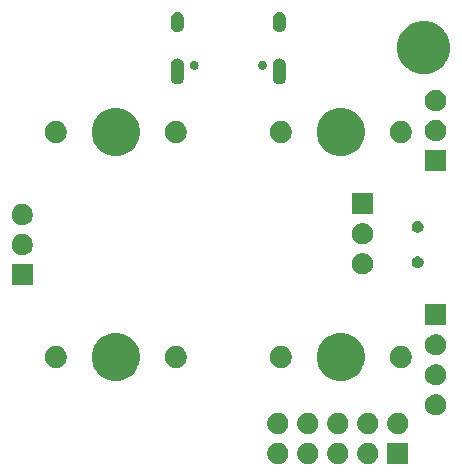
<source format=gbr>
G04 #@! TF.GenerationSoftware,KiCad,Pcbnew,(5.1.5-0-10_14)*
G04 #@! TF.CreationDate,2020-10-23T09:09:01-05:00*
G04 #@! TF.ProjectId,Generic_STM32_Keyboard,47656e65-7269-4635-9f53-544d33325f4b,rev?*
G04 #@! TF.SameCoordinates,Original*
G04 #@! TF.FileFunction,Soldermask,Top*
G04 #@! TF.FilePolarity,Negative*
%FSLAX46Y46*%
G04 Gerber Fmt 4.6, Leading zero omitted, Abs format (unit mm)*
G04 Created by KiCad (PCBNEW (5.1.5-0-10_14)) date 2020-10-23 09:09:01*
%MOMM*%
%LPD*%
G04 APERTURE LIST*
%ADD10C,0.100000*%
G04 APERTURE END LIST*
D10*
G36*
X72401000Y-75741000D02*
G01*
X70599000Y-75741000D01*
X70599000Y-73939000D01*
X72401000Y-73939000D01*
X72401000Y-75741000D01*
G37*
G36*
X69073512Y-73943927D02*
G01*
X69222812Y-73973624D01*
X69386784Y-74041544D01*
X69534354Y-74140147D01*
X69659853Y-74265646D01*
X69758456Y-74413216D01*
X69826376Y-74577188D01*
X69861000Y-74751259D01*
X69861000Y-74928741D01*
X69826376Y-75102812D01*
X69758456Y-75266784D01*
X69659853Y-75414354D01*
X69534354Y-75539853D01*
X69386784Y-75638456D01*
X69222812Y-75706376D01*
X69073512Y-75736073D01*
X69048742Y-75741000D01*
X68871258Y-75741000D01*
X68846488Y-75736073D01*
X68697188Y-75706376D01*
X68533216Y-75638456D01*
X68385646Y-75539853D01*
X68260147Y-75414354D01*
X68161544Y-75266784D01*
X68093624Y-75102812D01*
X68059000Y-74928741D01*
X68059000Y-74751259D01*
X68093624Y-74577188D01*
X68161544Y-74413216D01*
X68260147Y-74265646D01*
X68385646Y-74140147D01*
X68533216Y-74041544D01*
X68697188Y-73973624D01*
X68846488Y-73943927D01*
X68871258Y-73939000D01*
X69048742Y-73939000D01*
X69073512Y-73943927D01*
G37*
G36*
X66533512Y-73943927D02*
G01*
X66682812Y-73973624D01*
X66846784Y-74041544D01*
X66994354Y-74140147D01*
X67119853Y-74265646D01*
X67218456Y-74413216D01*
X67286376Y-74577188D01*
X67321000Y-74751259D01*
X67321000Y-74928741D01*
X67286376Y-75102812D01*
X67218456Y-75266784D01*
X67119853Y-75414354D01*
X66994354Y-75539853D01*
X66846784Y-75638456D01*
X66682812Y-75706376D01*
X66533512Y-75736073D01*
X66508742Y-75741000D01*
X66331258Y-75741000D01*
X66306488Y-75736073D01*
X66157188Y-75706376D01*
X65993216Y-75638456D01*
X65845646Y-75539853D01*
X65720147Y-75414354D01*
X65621544Y-75266784D01*
X65553624Y-75102812D01*
X65519000Y-74928741D01*
X65519000Y-74751259D01*
X65553624Y-74577188D01*
X65621544Y-74413216D01*
X65720147Y-74265646D01*
X65845646Y-74140147D01*
X65993216Y-74041544D01*
X66157188Y-73973624D01*
X66306488Y-73943927D01*
X66331258Y-73939000D01*
X66508742Y-73939000D01*
X66533512Y-73943927D01*
G37*
G36*
X63993512Y-73943927D02*
G01*
X64142812Y-73973624D01*
X64306784Y-74041544D01*
X64454354Y-74140147D01*
X64579853Y-74265646D01*
X64678456Y-74413216D01*
X64746376Y-74577188D01*
X64781000Y-74751259D01*
X64781000Y-74928741D01*
X64746376Y-75102812D01*
X64678456Y-75266784D01*
X64579853Y-75414354D01*
X64454354Y-75539853D01*
X64306784Y-75638456D01*
X64142812Y-75706376D01*
X63993512Y-75736073D01*
X63968742Y-75741000D01*
X63791258Y-75741000D01*
X63766488Y-75736073D01*
X63617188Y-75706376D01*
X63453216Y-75638456D01*
X63305646Y-75539853D01*
X63180147Y-75414354D01*
X63081544Y-75266784D01*
X63013624Y-75102812D01*
X62979000Y-74928741D01*
X62979000Y-74751259D01*
X63013624Y-74577188D01*
X63081544Y-74413216D01*
X63180147Y-74265646D01*
X63305646Y-74140147D01*
X63453216Y-74041544D01*
X63617188Y-73973624D01*
X63766488Y-73943927D01*
X63791258Y-73939000D01*
X63968742Y-73939000D01*
X63993512Y-73943927D01*
G37*
G36*
X61453512Y-73943927D02*
G01*
X61602812Y-73973624D01*
X61766784Y-74041544D01*
X61914354Y-74140147D01*
X62039853Y-74265646D01*
X62138456Y-74413216D01*
X62206376Y-74577188D01*
X62241000Y-74751259D01*
X62241000Y-74928741D01*
X62206376Y-75102812D01*
X62138456Y-75266784D01*
X62039853Y-75414354D01*
X61914354Y-75539853D01*
X61766784Y-75638456D01*
X61602812Y-75706376D01*
X61453512Y-75736073D01*
X61428742Y-75741000D01*
X61251258Y-75741000D01*
X61226488Y-75736073D01*
X61077188Y-75706376D01*
X60913216Y-75638456D01*
X60765646Y-75539853D01*
X60640147Y-75414354D01*
X60541544Y-75266784D01*
X60473624Y-75102812D01*
X60439000Y-74928741D01*
X60439000Y-74751259D01*
X60473624Y-74577188D01*
X60541544Y-74413216D01*
X60640147Y-74265646D01*
X60765646Y-74140147D01*
X60913216Y-74041544D01*
X61077188Y-73973624D01*
X61226488Y-73943927D01*
X61251258Y-73939000D01*
X61428742Y-73939000D01*
X61453512Y-73943927D01*
G37*
G36*
X69073512Y-71403927D02*
G01*
X69222812Y-71433624D01*
X69386784Y-71501544D01*
X69534354Y-71600147D01*
X69659853Y-71725646D01*
X69758456Y-71873216D01*
X69826376Y-72037188D01*
X69861000Y-72211259D01*
X69861000Y-72388741D01*
X69826376Y-72562812D01*
X69758456Y-72726784D01*
X69659853Y-72874354D01*
X69534354Y-72999853D01*
X69386784Y-73098456D01*
X69222812Y-73166376D01*
X69073512Y-73196073D01*
X69048742Y-73201000D01*
X68871258Y-73201000D01*
X68846488Y-73196073D01*
X68697188Y-73166376D01*
X68533216Y-73098456D01*
X68385646Y-72999853D01*
X68260147Y-72874354D01*
X68161544Y-72726784D01*
X68093624Y-72562812D01*
X68059000Y-72388741D01*
X68059000Y-72211259D01*
X68093624Y-72037188D01*
X68161544Y-71873216D01*
X68260147Y-71725646D01*
X68385646Y-71600147D01*
X68533216Y-71501544D01*
X68697188Y-71433624D01*
X68846488Y-71403927D01*
X68871258Y-71399000D01*
X69048742Y-71399000D01*
X69073512Y-71403927D01*
G37*
G36*
X71613512Y-71403927D02*
G01*
X71762812Y-71433624D01*
X71926784Y-71501544D01*
X72074354Y-71600147D01*
X72199853Y-71725646D01*
X72298456Y-71873216D01*
X72366376Y-72037188D01*
X72401000Y-72211259D01*
X72401000Y-72388741D01*
X72366376Y-72562812D01*
X72298456Y-72726784D01*
X72199853Y-72874354D01*
X72074354Y-72999853D01*
X71926784Y-73098456D01*
X71762812Y-73166376D01*
X71613512Y-73196073D01*
X71588742Y-73201000D01*
X71411258Y-73201000D01*
X71386488Y-73196073D01*
X71237188Y-73166376D01*
X71073216Y-73098456D01*
X70925646Y-72999853D01*
X70800147Y-72874354D01*
X70701544Y-72726784D01*
X70633624Y-72562812D01*
X70599000Y-72388741D01*
X70599000Y-72211259D01*
X70633624Y-72037188D01*
X70701544Y-71873216D01*
X70800147Y-71725646D01*
X70925646Y-71600147D01*
X71073216Y-71501544D01*
X71237188Y-71433624D01*
X71386488Y-71403927D01*
X71411258Y-71399000D01*
X71588742Y-71399000D01*
X71613512Y-71403927D01*
G37*
G36*
X66533512Y-71403927D02*
G01*
X66682812Y-71433624D01*
X66846784Y-71501544D01*
X66994354Y-71600147D01*
X67119853Y-71725646D01*
X67218456Y-71873216D01*
X67286376Y-72037188D01*
X67321000Y-72211259D01*
X67321000Y-72388741D01*
X67286376Y-72562812D01*
X67218456Y-72726784D01*
X67119853Y-72874354D01*
X66994354Y-72999853D01*
X66846784Y-73098456D01*
X66682812Y-73166376D01*
X66533512Y-73196073D01*
X66508742Y-73201000D01*
X66331258Y-73201000D01*
X66306488Y-73196073D01*
X66157188Y-73166376D01*
X65993216Y-73098456D01*
X65845646Y-72999853D01*
X65720147Y-72874354D01*
X65621544Y-72726784D01*
X65553624Y-72562812D01*
X65519000Y-72388741D01*
X65519000Y-72211259D01*
X65553624Y-72037188D01*
X65621544Y-71873216D01*
X65720147Y-71725646D01*
X65845646Y-71600147D01*
X65993216Y-71501544D01*
X66157188Y-71433624D01*
X66306488Y-71403927D01*
X66331258Y-71399000D01*
X66508742Y-71399000D01*
X66533512Y-71403927D01*
G37*
G36*
X63993512Y-71403927D02*
G01*
X64142812Y-71433624D01*
X64306784Y-71501544D01*
X64454354Y-71600147D01*
X64579853Y-71725646D01*
X64678456Y-71873216D01*
X64746376Y-72037188D01*
X64781000Y-72211259D01*
X64781000Y-72388741D01*
X64746376Y-72562812D01*
X64678456Y-72726784D01*
X64579853Y-72874354D01*
X64454354Y-72999853D01*
X64306784Y-73098456D01*
X64142812Y-73166376D01*
X63993512Y-73196073D01*
X63968742Y-73201000D01*
X63791258Y-73201000D01*
X63766488Y-73196073D01*
X63617188Y-73166376D01*
X63453216Y-73098456D01*
X63305646Y-72999853D01*
X63180147Y-72874354D01*
X63081544Y-72726784D01*
X63013624Y-72562812D01*
X62979000Y-72388741D01*
X62979000Y-72211259D01*
X63013624Y-72037188D01*
X63081544Y-71873216D01*
X63180147Y-71725646D01*
X63305646Y-71600147D01*
X63453216Y-71501544D01*
X63617188Y-71433624D01*
X63766488Y-71403927D01*
X63791258Y-71399000D01*
X63968742Y-71399000D01*
X63993512Y-71403927D01*
G37*
G36*
X61453512Y-71403927D02*
G01*
X61602812Y-71433624D01*
X61766784Y-71501544D01*
X61914354Y-71600147D01*
X62039853Y-71725646D01*
X62138456Y-71873216D01*
X62206376Y-72037188D01*
X62241000Y-72211259D01*
X62241000Y-72388741D01*
X62206376Y-72562812D01*
X62138456Y-72726784D01*
X62039853Y-72874354D01*
X61914354Y-72999853D01*
X61766784Y-73098456D01*
X61602812Y-73166376D01*
X61453512Y-73196073D01*
X61428742Y-73201000D01*
X61251258Y-73201000D01*
X61226488Y-73196073D01*
X61077188Y-73166376D01*
X60913216Y-73098456D01*
X60765646Y-72999853D01*
X60640147Y-72874354D01*
X60541544Y-72726784D01*
X60473624Y-72562812D01*
X60439000Y-72388741D01*
X60439000Y-72211259D01*
X60473624Y-72037188D01*
X60541544Y-71873216D01*
X60640147Y-71725646D01*
X60765646Y-71600147D01*
X60913216Y-71501544D01*
X61077188Y-71433624D01*
X61226488Y-71403927D01*
X61251258Y-71399000D01*
X61428742Y-71399000D01*
X61453512Y-71403927D01*
G37*
G36*
X74813512Y-69823927D02*
G01*
X74962812Y-69853624D01*
X75126784Y-69921544D01*
X75274354Y-70020147D01*
X75399853Y-70145646D01*
X75498456Y-70293216D01*
X75566376Y-70457188D01*
X75601000Y-70631259D01*
X75601000Y-70808741D01*
X75566376Y-70982812D01*
X75498456Y-71146784D01*
X75399853Y-71294354D01*
X75274354Y-71419853D01*
X75126784Y-71518456D01*
X74962812Y-71586376D01*
X74813512Y-71616073D01*
X74788742Y-71621000D01*
X74611258Y-71621000D01*
X74586488Y-71616073D01*
X74437188Y-71586376D01*
X74273216Y-71518456D01*
X74125646Y-71419853D01*
X74000147Y-71294354D01*
X73901544Y-71146784D01*
X73833624Y-70982812D01*
X73799000Y-70808741D01*
X73799000Y-70631259D01*
X73833624Y-70457188D01*
X73901544Y-70293216D01*
X74000147Y-70145646D01*
X74125646Y-70020147D01*
X74273216Y-69921544D01*
X74437188Y-69853624D01*
X74586488Y-69823927D01*
X74611258Y-69819000D01*
X74788742Y-69819000D01*
X74813512Y-69823927D01*
G37*
G36*
X74813512Y-67283927D02*
G01*
X74962812Y-67313624D01*
X75126784Y-67381544D01*
X75274354Y-67480147D01*
X75399853Y-67605646D01*
X75498456Y-67753216D01*
X75566376Y-67917188D01*
X75601000Y-68091259D01*
X75601000Y-68268741D01*
X75566376Y-68442812D01*
X75498456Y-68606784D01*
X75399853Y-68754354D01*
X75274354Y-68879853D01*
X75126784Y-68978456D01*
X74962812Y-69046376D01*
X74813512Y-69076073D01*
X74788742Y-69081000D01*
X74611258Y-69081000D01*
X74586488Y-69076073D01*
X74437188Y-69046376D01*
X74273216Y-68978456D01*
X74125646Y-68879853D01*
X74000147Y-68754354D01*
X73901544Y-68606784D01*
X73833624Y-68442812D01*
X73799000Y-68268741D01*
X73799000Y-68091259D01*
X73833624Y-67917188D01*
X73901544Y-67753216D01*
X74000147Y-67605646D01*
X74125646Y-67480147D01*
X74273216Y-67381544D01*
X74437188Y-67313624D01*
X74586488Y-67283927D01*
X74611258Y-67279000D01*
X74788742Y-67279000D01*
X74813512Y-67283927D01*
G37*
G36*
X48221474Y-64708684D02*
G01*
X48378255Y-64773625D01*
X48593623Y-64862833D01*
X48928548Y-65086623D01*
X49213377Y-65371452D01*
X49437167Y-65706377D01*
X49469562Y-65784586D01*
X49591316Y-66078526D01*
X49669900Y-66473594D01*
X49669900Y-66876406D01*
X49591316Y-67271474D01*
X49540451Y-67394272D01*
X49437167Y-67643623D01*
X49213377Y-67978548D01*
X48928548Y-68263377D01*
X48593623Y-68487167D01*
X48439474Y-68551017D01*
X48221474Y-68641316D01*
X47826406Y-68719900D01*
X47423594Y-68719900D01*
X47028526Y-68641316D01*
X46810526Y-68551017D01*
X46656377Y-68487167D01*
X46321452Y-68263377D01*
X46036623Y-67978548D01*
X45812833Y-67643623D01*
X45709549Y-67394272D01*
X45658684Y-67271474D01*
X45580100Y-66876406D01*
X45580100Y-66473594D01*
X45658684Y-66078526D01*
X45780438Y-65784586D01*
X45812833Y-65706377D01*
X46036623Y-65371452D01*
X46321452Y-65086623D01*
X46656377Y-64862833D01*
X46871745Y-64773625D01*
X47028526Y-64708684D01*
X47423594Y-64630100D01*
X47826406Y-64630100D01*
X48221474Y-64708684D01*
G37*
G36*
X67271474Y-64708684D02*
G01*
X67428255Y-64773625D01*
X67643623Y-64862833D01*
X67978548Y-65086623D01*
X68263377Y-65371452D01*
X68487167Y-65706377D01*
X68519562Y-65784586D01*
X68641316Y-66078526D01*
X68719900Y-66473594D01*
X68719900Y-66876406D01*
X68641316Y-67271474D01*
X68590451Y-67394272D01*
X68487167Y-67643623D01*
X68263377Y-67978548D01*
X67978548Y-68263377D01*
X67643623Y-68487167D01*
X67489474Y-68551017D01*
X67271474Y-68641316D01*
X66876406Y-68719900D01*
X66473594Y-68719900D01*
X66078526Y-68641316D01*
X65860526Y-68551017D01*
X65706377Y-68487167D01*
X65371452Y-68263377D01*
X65086623Y-67978548D01*
X64862833Y-67643623D01*
X64759549Y-67394272D01*
X64708684Y-67271474D01*
X64630100Y-66876406D01*
X64630100Y-66473594D01*
X64708684Y-66078526D01*
X64830438Y-65784586D01*
X64862833Y-65706377D01*
X65086623Y-65371452D01*
X65371452Y-65086623D01*
X65706377Y-64862833D01*
X65921745Y-64773625D01*
X66078526Y-64708684D01*
X66473594Y-64630100D01*
X66876406Y-64630100D01*
X67271474Y-64708684D01*
G37*
G36*
X52975104Y-65784585D02*
G01*
X53143626Y-65854389D01*
X53295291Y-65955728D01*
X53424272Y-66084709D01*
X53525611Y-66236374D01*
X53595415Y-66404896D01*
X53631000Y-66583797D01*
X53631000Y-66766203D01*
X53595415Y-66945104D01*
X53525611Y-67113626D01*
X53424272Y-67265291D01*
X53295291Y-67394272D01*
X53143626Y-67495611D01*
X52975104Y-67565415D01*
X52796203Y-67601000D01*
X52613797Y-67601000D01*
X52434896Y-67565415D01*
X52266374Y-67495611D01*
X52114709Y-67394272D01*
X51985728Y-67265291D01*
X51884389Y-67113626D01*
X51814585Y-66945104D01*
X51779000Y-66766203D01*
X51779000Y-66583797D01*
X51814585Y-66404896D01*
X51884389Y-66236374D01*
X51985728Y-66084709D01*
X52114709Y-65955728D01*
X52266374Y-65854389D01*
X52434896Y-65784585D01*
X52613797Y-65749000D01*
X52796203Y-65749000D01*
X52975104Y-65784585D01*
G37*
G36*
X42815104Y-65784585D02*
G01*
X42983626Y-65854389D01*
X43135291Y-65955728D01*
X43264272Y-66084709D01*
X43365611Y-66236374D01*
X43435415Y-66404896D01*
X43471000Y-66583797D01*
X43471000Y-66766203D01*
X43435415Y-66945104D01*
X43365611Y-67113626D01*
X43264272Y-67265291D01*
X43135291Y-67394272D01*
X42983626Y-67495611D01*
X42815104Y-67565415D01*
X42636203Y-67601000D01*
X42453797Y-67601000D01*
X42274896Y-67565415D01*
X42106374Y-67495611D01*
X41954709Y-67394272D01*
X41825728Y-67265291D01*
X41724389Y-67113626D01*
X41654585Y-66945104D01*
X41619000Y-66766203D01*
X41619000Y-66583797D01*
X41654585Y-66404896D01*
X41724389Y-66236374D01*
X41825728Y-66084709D01*
X41954709Y-65955728D01*
X42106374Y-65854389D01*
X42274896Y-65784585D01*
X42453797Y-65749000D01*
X42636203Y-65749000D01*
X42815104Y-65784585D01*
G37*
G36*
X72025104Y-65784585D02*
G01*
X72193626Y-65854389D01*
X72345291Y-65955728D01*
X72474272Y-66084709D01*
X72575611Y-66236374D01*
X72645415Y-66404896D01*
X72681000Y-66583797D01*
X72681000Y-66766203D01*
X72645415Y-66945104D01*
X72575611Y-67113626D01*
X72474272Y-67265291D01*
X72345291Y-67394272D01*
X72193626Y-67495611D01*
X72025104Y-67565415D01*
X71846203Y-67601000D01*
X71663797Y-67601000D01*
X71484896Y-67565415D01*
X71316374Y-67495611D01*
X71164709Y-67394272D01*
X71035728Y-67265291D01*
X70934389Y-67113626D01*
X70864585Y-66945104D01*
X70829000Y-66766203D01*
X70829000Y-66583797D01*
X70864585Y-66404896D01*
X70934389Y-66236374D01*
X71035728Y-66084709D01*
X71164709Y-65955728D01*
X71316374Y-65854389D01*
X71484896Y-65784585D01*
X71663797Y-65749000D01*
X71846203Y-65749000D01*
X72025104Y-65784585D01*
G37*
G36*
X61865104Y-65784585D02*
G01*
X62033626Y-65854389D01*
X62185291Y-65955728D01*
X62314272Y-66084709D01*
X62415611Y-66236374D01*
X62485415Y-66404896D01*
X62521000Y-66583797D01*
X62521000Y-66766203D01*
X62485415Y-66945104D01*
X62415611Y-67113626D01*
X62314272Y-67265291D01*
X62185291Y-67394272D01*
X62033626Y-67495611D01*
X61865104Y-67565415D01*
X61686203Y-67601000D01*
X61503797Y-67601000D01*
X61324896Y-67565415D01*
X61156374Y-67495611D01*
X61004709Y-67394272D01*
X60875728Y-67265291D01*
X60774389Y-67113626D01*
X60704585Y-66945104D01*
X60669000Y-66766203D01*
X60669000Y-66583797D01*
X60704585Y-66404896D01*
X60774389Y-66236374D01*
X60875728Y-66084709D01*
X61004709Y-65955728D01*
X61156374Y-65854389D01*
X61324896Y-65784585D01*
X61503797Y-65749000D01*
X61686203Y-65749000D01*
X61865104Y-65784585D01*
G37*
G36*
X74813512Y-64743927D02*
G01*
X74962812Y-64773624D01*
X75126784Y-64841544D01*
X75274354Y-64940147D01*
X75399853Y-65065646D01*
X75498456Y-65213216D01*
X75566376Y-65377188D01*
X75601000Y-65551259D01*
X75601000Y-65728741D01*
X75566376Y-65902812D01*
X75498456Y-66066784D01*
X75399853Y-66214354D01*
X75274354Y-66339853D01*
X75126784Y-66438456D01*
X74962812Y-66506376D01*
X74813512Y-66536073D01*
X74788742Y-66541000D01*
X74611258Y-66541000D01*
X74586488Y-66536073D01*
X74437188Y-66506376D01*
X74273216Y-66438456D01*
X74125646Y-66339853D01*
X74000147Y-66214354D01*
X73901544Y-66066784D01*
X73833624Y-65902812D01*
X73799000Y-65728741D01*
X73799000Y-65551259D01*
X73833624Y-65377188D01*
X73901544Y-65213216D01*
X74000147Y-65065646D01*
X74125646Y-64940147D01*
X74273216Y-64841544D01*
X74437188Y-64773624D01*
X74586488Y-64743927D01*
X74611258Y-64739000D01*
X74788742Y-64739000D01*
X74813512Y-64743927D01*
G37*
G36*
X75601000Y-64001000D02*
G01*
X73799000Y-64001000D01*
X73799000Y-62199000D01*
X75601000Y-62199000D01*
X75601000Y-64001000D01*
G37*
G36*
X40601000Y-60601000D02*
G01*
X38799000Y-60601000D01*
X38799000Y-58799000D01*
X40601000Y-58799000D01*
X40601000Y-60601000D01*
G37*
G36*
X68613512Y-57883927D02*
G01*
X68762812Y-57913624D01*
X68926784Y-57981544D01*
X69074354Y-58080147D01*
X69199853Y-58205646D01*
X69298456Y-58353216D01*
X69366376Y-58517188D01*
X69401000Y-58691259D01*
X69401000Y-58868741D01*
X69366376Y-59042812D01*
X69298456Y-59206784D01*
X69199853Y-59354354D01*
X69074354Y-59479853D01*
X68926784Y-59578456D01*
X68762812Y-59646376D01*
X68613512Y-59676073D01*
X68588742Y-59681000D01*
X68411258Y-59681000D01*
X68386488Y-59676073D01*
X68237188Y-59646376D01*
X68073216Y-59578456D01*
X67925646Y-59479853D01*
X67800147Y-59354354D01*
X67701544Y-59206784D01*
X67633624Y-59042812D01*
X67599000Y-58868741D01*
X67599000Y-58691259D01*
X67633624Y-58517188D01*
X67701544Y-58353216D01*
X67800147Y-58205646D01*
X67925646Y-58080147D01*
X68073216Y-57981544D01*
X68237188Y-57913624D01*
X68386488Y-57883927D01*
X68411258Y-57879000D01*
X68588742Y-57879000D01*
X68613512Y-57883927D01*
G37*
G36*
X73274940Y-58158627D02*
G01*
X73323336Y-58168253D01*
X73361102Y-58183896D01*
X73414511Y-58206019D01*
X73414512Y-58206020D01*
X73496569Y-58260848D01*
X73566352Y-58330631D01*
X73581444Y-58353218D01*
X73621181Y-58412689D01*
X73643304Y-58466098D01*
X73658947Y-58503864D01*
X73678200Y-58600656D01*
X73678200Y-58699344D01*
X73658947Y-58796136D01*
X73643304Y-58833902D01*
X73621181Y-58887311D01*
X73621180Y-58887312D01*
X73566352Y-58969369D01*
X73496569Y-59039152D01*
X73491091Y-59042812D01*
X73414511Y-59093981D01*
X73361102Y-59116104D01*
X73323336Y-59131747D01*
X73274940Y-59141373D01*
X73226545Y-59151000D01*
X73127855Y-59151000D01*
X73079460Y-59141373D01*
X73031064Y-59131747D01*
X72993298Y-59116104D01*
X72939889Y-59093981D01*
X72863309Y-59042812D01*
X72857831Y-59039152D01*
X72788048Y-58969369D01*
X72733220Y-58887312D01*
X72733219Y-58887311D01*
X72711096Y-58833902D01*
X72695453Y-58796136D01*
X72676200Y-58699344D01*
X72676200Y-58600656D01*
X72695453Y-58503864D01*
X72711096Y-58466098D01*
X72733219Y-58412689D01*
X72772956Y-58353218D01*
X72788048Y-58330631D01*
X72857831Y-58260848D01*
X72939888Y-58206020D01*
X72939889Y-58206019D01*
X72993298Y-58183896D01*
X73031064Y-58168253D01*
X73079460Y-58158627D01*
X73127855Y-58149000D01*
X73226545Y-58149000D01*
X73274940Y-58158627D01*
G37*
G36*
X39813512Y-56263927D02*
G01*
X39962812Y-56293624D01*
X40126784Y-56361544D01*
X40274354Y-56460147D01*
X40399853Y-56585646D01*
X40498456Y-56733216D01*
X40566376Y-56897188D01*
X40601000Y-57071259D01*
X40601000Y-57248741D01*
X40566376Y-57422812D01*
X40498456Y-57586784D01*
X40399853Y-57734354D01*
X40274354Y-57859853D01*
X40126784Y-57958456D01*
X39962812Y-58026376D01*
X39813512Y-58056073D01*
X39788742Y-58061000D01*
X39611258Y-58061000D01*
X39586488Y-58056073D01*
X39437188Y-58026376D01*
X39273216Y-57958456D01*
X39125646Y-57859853D01*
X39000147Y-57734354D01*
X38901544Y-57586784D01*
X38833624Y-57422812D01*
X38799000Y-57248741D01*
X38799000Y-57071259D01*
X38833624Y-56897188D01*
X38901544Y-56733216D01*
X39000147Y-56585646D01*
X39125646Y-56460147D01*
X39273216Y-56361544D01*
X39437188Y-56293624D01*
X39586488Y-56263927D01*
X39611258Y-56259000D01*
X39788742Y-56259000D01*
X39813512Y-56263927D01*
G37*
G36*
X68613512Y-55343927D02*
G01*
X68762812Y-55373624D01*
X68926784Y-55441544D01*
X69074354Y-55540147D01*
X69199853Y-55665646D01*
X69298456Y-55813216D01*
X69366376Y-55977188D01*
X69378701Y-56039153D01*
X69400949Y-56151000D01*
X69401000Y-56151259D01*
X69401000Y-56328741D01*
X69366376Y-56502812D01*
X69298456Y-56666784D01*
X69199853Y-56814354D01*
X69074354Y-56939853D01*
X68926784Y-57038456D01*
X68762812Y-57106376D01*
X68613512Y-57136073D01*
X68588742Y-57141000D01*
X68411258Y-57141000D01*
X68386488Y-57136073D01*
X68237188Y-57106376D01*
X68073216Y-57038456D01*
X67925646Y-56939853D01*
X67800147Y-56814354D01*
X67701544Y-56666784D01*
X67633624Y-56502812D01*
X67599000Y-56328741D01*
X67599000Y-56151259D01*
X67599052Y-56151000D01*
X67621299Y-56039153D01*
X67633624Y-55977188D01*
X67701544Y-55813216D01*
X67800147Y-55665646D01*
X67925646Y-55540147D01*
X68073216Y-55441544D01*
X68237188Y-55373624D01*
X68386488Y-55343927D01*
X68411258Y-55339000D01*
X68588742Y-55339000D01*
X68613512Y-55343927D01*
G37*
G36*
X73274940Y-55158626D02*
G01*
X73323336Y-55168253D01*
X73361102Y-55183896D01*
X73414511Y-55206019D01*
X73414512Y-55206020D01*
X73496569Y-55260848D01*
X73566352Y-55330631D01*
X73566353Y-55330633D01*
X73621181Y-55412689D01*
X73633133Y-55441544D01*
X73658947Y-55503864D01*
X73666164Y-55540147D01*
X73678200Y-55600655D01*
X73678200Y-55699345D01*
X73658947Y-55796135D01*
X73621181Y-55887311D01*
X73621180Y-55887312D01*
X73566352Y-55969369D01*
X73496569Y-56039152D01*
X73455262Y-56066752D01*
X73414511Y-56093981D01*
X73361102Y-56116104D01*
X73323336Y-56131747D01*
X73274940Y-56141374D01*
X73226545Y-56151000D01*
X73127855Y-56151000D01*
X73079460Y-56141374D01*
X73031064Y-56131747D01*
X72993298Y-56116104D01*
X72939889Y-56093981D01*
X72899138Y-56066752D01*
X72857831Y-56039152D01*
X72788048Y-55969369D01*
X72733220Y-55887312D01*
X72733219Y-55887311D01*
X72695453Y-55796135D01*
X72676200Y-55699345D01*
X72676200Y-55600655D01*
X72688236Y-55540147D01*
X72695453Y-55503864D01*
X72721267Y-55441544D01*
X72733219Y-55412689D01*
X72788047Y-55330633D01*
X72788048Y-55330631D01*
X72857831Y-55260848D01*
X72939888Y-55206020D01*
X72939889Y-55206019D01*
X72993298Y-55183896D01*
X73031064Y-55168253D01*
X73079460Y-55158626D01*
X73127855Y-55149000D01*
X73226545Y-55149000D01*
X73274940Y-55158626D01*
G37*
G36*
X39813512Y-53723927D02*
G01*
X39962812Y-53753624D01*
X40126784Y-53821544D01*
X40274354Y-53920147D01*
X40399853Y-54045646D01*
X40498456Y-54193216D01*
X40566376Y-54357188D01*
X40601000Y-54531259D01*
X40601000Y-54708741D01*
X40566376Y-54882812D01*
X40498456Y-55046784D01*
X40399853Y-55194354D01*
X40274354Y-55319853D01*
X40126784Y-55418456D01*
X39962812Y-55486376D01*
X39813512Y-55516073D01*
X39788742Y-55521000D01*
X39611258Y-55521000D01*
X39586488Y-55516073D01*
X39437188Y-55486376D01*
X39273216Y-55418456D01*
X39125646Y-55319853D01*
X39000147Y-55194354D01*
X38901544Y-55046784D01*
X38833624Y-54882812D01*
X38799000Y-54708741D01*
X38799000Y-54531259D01*
X38833624Y-54357188D01*
X38901544Y-54193216D01*
X39000147Y-54045646D01*
X39125646Y-53920147D01*
X39273216Y-53821544D01*
X39437188Y-53753624D01*
X39586488Y-53723927D01*
X39611258Y-53719000D01*
X39788742Y-53719000D01*
X39813512Y-53723927D01*
G37*
G36*
X69401000Y-54601000D02*
G01*
X67599000Y-54601000D01*
X67599000Y-52799000D01*
X69401000Y-52799000D01*
X69401000Y-54601000D01*
G37*
G36*
X75601000Y-50941000D02*
G01*
X73799000Y-50941000D01*
X73799000Y-49139000D01*
X75601000Y-49139000D01*
X75601000Y-50941000D01*
G37*
G36*
X67271474Y-45658684D02*
G01*
X67489474Y-45748983D01*
X67643623Y-45812833D01*
X67978548Y-46036623D01*
X68263377Y-46321452D01*
X68487167Y-46656377D01*
X68519562Y-46734586D01*
X68641316Y-47028526D01*
X68719900Y-47423594D01*
X68719900Y-47826406D01*
X68641316Y-48221474D01*
X68566954Y-48401000D01*
X68487167Y-48593623D01*
X68263377Y-48928548D01*
X67978548Y-49213377D01*
X67643623Y-49437167D01*
X67489474Y-49501017D01*
X67271474Y-49591316D01*
X66876406Y-49669900D01*
X66473594Y-49669900D01*
X66078526Y-49591316D01*
X65860526Y-49501017D01*
X65706377Y-49437167D01*
X65371452Y-49213377D01*
X65086623Y-48928548D01*
X64862833Y-48593623D01*
X64783046Y-48401000D01*
X64708684Y-48221474D01*
X64630100Y-47826406D01*
X64630100Y-47423594D01*
X64708684Y-47028526D01*
X64830438Y-46734586D01*
X64862833Y-46656377D01*
X65086623Y-46321452D01*
X65371452Y-46036623D01*
X65706377Y-45812833D01*
X65860526Y-45748983D01*
X66078526Y-45658684D01*
X66473594Y-45580100D01*
X66876406Y-45580100D01*
X67271474Y-45658684D01*
G37*
G36*
X48221474Y-45658684D02*
G01*
X48439474Y-45748983D01*
X48593623Y-45812833D01*
X48928548Y-46036623D01*
X49213377Y-46321452D01*
X49437167Y-46656377D01*
X49469562Y-46734586D01*
X49591316Y-47028526D01*
X49669900Y-47423594D01*
X49669900Y-47826406D01*
X49591316Y-48221474D01*
X49516954Y-48401000D01*
X49437167Y-48593623D01*
X49213377Y-48928548D01*
X48928548Y-49213377D01*
X48593623Y-49437167D01*
X48439474Y-49501017D01*
X48221474Y-49591316D01*
X47826406Y-49669900D01*
X47423594Y-49669900D01*
X47028526Y-49591316D01*
X46810526Y-49501017D01*
X46656377Y-49437167D01*
X46321452Y-49213377D01*
X46036623Y-48928548D01*
X45812833Y-48593623D01*
X45733046Y-48401000D01*
X45658684Y-48221474D01*
X45580100Y-47826406D01*
X45580100Y-47423594D01*
X45658684Y-47028526D01*
X45780438Y-46734586D01*
X45812833Y-46656377D01*
X46036623Y-46321452D01*
X46321452Y-46036623D01*
X46656377Y-45812833D01*
X46810526Y-45748983D01*
X47028526Y-45658684D01*
X47423594Y-45580100D01*
X47826406Y-45580100D01*
X48221474Y-45658684D01*
G37*
G36*
X61865104Y-46734585D02*
G01*
X62033626Y-46804389D01*
X62185291Y-46905728D01*
X62314272Y-47034709D01*
X62415611Y-47186374D01*
X62485415Y-47354896D01*
X62521000Y-47533797D01*
X62521000Y-47716203D01*
X62485415Y-47895104D01*
X62415611Y-48063626D01*
X62314272Y-48215291D01*
X62185291Y-48344272D01*
X62033626Y-48445611D01*
X61865104Y-48515415D01*
X61686203Y-48551000D01*
X61503797Y-48551000D01*
X61324896Y-48515415D01*
X61156374Y-48445611D01*
X61004709Y-48344272D01*
X60875728Y-48215291D01*
X60774389Y-48063626D01*
X60704585Y-47895104D01*
X60669000Y-47716203D01*
X60669000Y-47533797D01*
X60704585Y-47354896D01*
X60774389Y-47186374D01*
X60875728Y-47034709D01*
X61004709Y-46905728D01*
X61156374Y-46804389D01*
X61324896Y-46734585D01*
X61503797Y-46699000D01*
X61686203Y-46699000D01*
X61865104Y-46734585D01*
G37*
G36*
X42815104Y-46734585D02*
G01*
X42983626Y-46804389D01*
X43135291Y-46905728D01*
X43264272Y-47034709D01*
X43365611Y-47186374D01*
X43435415Y-47354896D01*
X43471000Y-47533797D01*
X43471000Y-47716203D01*
X43435415Y-47895104D01*
X43365611Y-48063626D01*
X43264272Y-48215291D01*
X43135291Y-48344272D01*
X42983626Y-48445611D01*
X42815104Y-48515415D01*
X42636203Y-48551000D01*
X42453797Y-48551000D01*
X42274896Y-48515415D01*
X42106374Y-48445611D01*
X41954709Y-48344272D01*
X41825728Y-48215291D01*
X41724389Y-48063626D01*
X41654585Y-47895104D01*
X41619000Y-47716203D01*
X41619000Y-47533797D01*
X41654585Y-47354896D01*
X41724389Y-47186374D01*
X41825728Y-47034709D01*
X41954709Y-46905728D01*
X42106374Y-46804389D01*
X42274896Y-46734585D01*
X42453797Y-46699000D01*
X42636203Y-46699000D01*
X42815104Y-46734585D01*
G37*
G36*
X52975104Y-46734585D02*
G01*
X53143626Y-46804389D01*
X53295291Y-46905728D01*
X53424272Y-47034709D01*
X53525611Y-47186374D01*
X53595415Y-47354896D01*
X53631000Y-47533797D01*
X53631000Y-47716203D01*
X53595415Y-47895104D01*
X53525611Y-48063626D01*
X53424272Y-48215291D01*
X53295291Y-48344272D01*
X53143626Y-48445611D01*
X52975104Y-48515415D01*
X52796203Y-48551000D01*
X52613797Y-48551000D01*
X52434896Y-48515415D01*
X52266374Y-48445611D01*
X52114709Y-48344272D01*
X51985728Y-48215291D01*
X51884389Y-48063626D01*
X51814585Y-47895104D01*
X51779000Y-47716203D01*
X51779000Y-47533797D01*
X51814585Y-47354896D01*
X51884389Y-47186374D01*
X51985728Y-47034709D01*
X52114709Y-46905728D01*
X52266374Y-46804389D01*
X52434896Y-46734585D01*
X52613797Y-46699000D01*
X52796203Y-46699000D01*
X52975104Y-46734585D01*
G37*
G36*
X72025104Y-46734585D02*
G01*
X72193626Y-46804389D01*
X72345291Y-46905728D01*
X72474272Y-47034709D01*
X72575611Y-47186374D01*
X72645415Y-47354896D01*
X72681000Y-47533797D01*
X72681000Y-47716203D01*
X72645415Y-47895104D01*
X72575611Y-48063626D01*
X72474272Y-48215291D01*
X72345291Y-48344272D01*
X72193626Y-48445611D01*
X72025104Y-48515415D01*
X71846203Y-48551000D01*
X71663797Y-48551000D01*
X71484896Y-48515415D01*
X71316374Y-48445611D01*
X71164709Y-48344272D01*
X71035728Y-48215291D01*
X70934389Y-48063626D01*
X70864585Y-47895104D01*
X70829000Y-47716203D01*
X70829000Y-47533797D01*
X70864585Y-47354896D01*
X70934389Y-47186374D01*
X71035728Y-47034709D01*
X71164709Y-46905728D01*
X71316374Y-46804389D01*
X71484896Y-46734585D01*
X71663797Y-46699000D01*
X71846203Y-46699000D01*
X72025104Y-46734585D01*
G37*
G36*
X74813512Y-46603927D02*
G01*
X74962812Y-46633624D01*
X75126784Y-46701544D01*
X75274354Y-46800147D01*
X75399853Y-46925646D01*
X75498456Y-47073216D01*
X75566376Y-47237188D01*
X75601000Y-47411259D01*
X75601000Y-47588741D01*
X75566376Y-47762812D01*
X75498456Y-47926784D01*
X75399853Y-48074354D01*
X75274354Y-48199853D01*
X75126784Y-48298456D01*
X74962812Y-48366376D01*
X74813512Y-48396073D01*
X74788742Y-48401000D01*
X74611258Y-48401000D01*
X74586488Y-48396073D01*
X74437188Y-48366376D01*
X74273216Y-48298456D01*
X74125646Y-48199853D01*
X74000147Y-48074354D01*
X73901544Y-47926784D01*
X73833624Y-47762812D01*
X73799000Y-47588741D01*
X73799000Y-47411259D01*
X73833624Y-47237188D01*
X73901544Y-47073216D01*
X74000147Y-46925646D01*
X74125646Y-46800147D01*
X74273216Y-46701544D01*
X74437188Y-46633624D01*
X74586488Y-46603927D01*
X74611258Y-46599000D01*
X74788742Y-46599000D01*
X74813512Y-46603927D01*
G37*
G36*
X74813512Y-44063927D02*
G01*
X74962812Y-44093624D01*
X75126784Y-44161544D01*
X75274354Y-44260147D01*
X75399853Y-44385646D01*
X75498456Y-44533216D01*
X75566376Y-44697188D01*
X75601000Y-44871259D01*
X75601000Y-45048741D01*
X75566376Y-45222812D01*
X75498456Y-45386784D01*
X75399853Y-45534354D01*
X75274354Y-45659853D01*
X75126784Y-45758456D01*
X74962812Y-45826376D01*
X74813512Y-45856073D01*
X74788742Y-45861000D01*
X74611258Y-45861000D01*
X74586488Y-45856073D01*
X74437188Y-45826376D01*
X74273216Y-45758456D01*
X74125646Y-45659853D01*
X74000147Y-45534354D01*
X73901544Y-45386784D01*
X73833624Y-45222812D01*
X73799000Y-45048741D01*
X73799000Y-44871259D01*
X73833624Y-44697188D01*
X73901544Y-44533216D01*
X74000147Y-44385646D01*
X74125646Y-44260147D01*
X74273216Y-44161544D01*
X74437188Y-44093624D01*
X74586488Y-44063927D01*
X74611258Y-44059000D01*
X74788742Y-44059000D01*
X74813512Y-44063927D01*
G37*
G36*
X61578014Y-41405723D02*
G01*
X61681878Y-41437229D01*
X61725907Y-41460763D01*
X61777599Y-41488393D01*
X61777601Y-41488394D01*
X61777600Y-41488394D01*
X61861501Y-41557249D01*
X61930356Y-41641150D01*
X61981521Y-41736871D01*
X62013027Y-41840735D01*
X62021000Y-41921683D01*
X62021000Y-43075817D01*
X62013027Y-43156765D01*
X61981521Y-43260629D01*
X61981519Y-43260632D01*
X61930357Y-43356350D01*
X61861501Y-43440251D01*
X61777600Y-43509107D01*
X61709055Y-43545745D01*
X61681879Y-43560271D01*
X61578015Y-43591777D01*
X61470000Y-43602416D01*
X61361986Y-43591777D01*
X61258122Y-43560271D01*
X61230946Y-43545745D01*
X61162401Y-43509107D01*
X61078500Y-43440251D01*
X61009644Y-43356350D01*
X60958482Y-43260632D01*
X60958480Y-43260629D01*
X60926974Y-43156765D01*
X60919001Y-43075817D01*
X60919000Y-41921684D01*
X60926973Y-41840736D01*
X60958479Y-41736872D01*
X61009644Y-41641150D01*
X61078499Y-41557249D01*
X61162400Y-41488394D01*
X61162399Y-41488394D01*
X61162401Y-41488393D01*
X61214093Y-41460763D01*
X61258121Y-41437229D01*
X61361985Y-41405723D01*
X61470000Y-41395084D01*
X61578014Y-41405723D01*
G37*
G36*
X52938014Y-41405723D02*
G01*
X53041878Y-41437229D01*
X53085907Y-41460763D01*
X53137599Y-41488393D01*
X53137601Y-41488394D01*
X53137600Y-41488394D01*
X53221501Y-41557249D01*
X53290356Y-41641150D01*
X53341521Y-41736871D01*
X53373027Y-41840735D01*
X53381000Y-41921683D01*
X53381000Y-43075817D01*
X53373027Y-43156765D01*
X53341521Y-43260629D01*
X53341519Y-43260632D01*
X53290357Y-43356350D01*
X53221501Y-43440251D01*
X53137600Y-43509107D01*
X53069055Y-43545745D01*
X53041879Y-43560271D01*
X52938015Y-43591777D01*
X52830000Y-43602416D01*
X52721986Y-43591777D01*
X52618122Y-43560271D01*
X52590946Y-43545745D01*
X52522401Y-43509107D01*
X52438500Y-43440251D01*
X52369644Y-43356350D01*
X52318482Y-43260632D01*
X52318480Y-43260629D01*
X52286974Y-43156765D01*
X52279001Y-43075817D01*
X52279000Y-41921684D01*
X52286973Y-41840736D01*
X52318479Y-41736872D01*
X52369644Y-41641150D01*
X52438499Y-41557249D01*
X52522400Y-41488394D01*
X52522399Y-41488394D01*
X52522401Y-41488393D01*
X52574093Y-41460763D01*
X52618121Y-41437229D01*
X52721985Y-41405723D01*
X52830000Y-41395084D01*
X52938014Y-41405723D01*
G37*
G36*
X73975880Y-38259776D02*
G01*
X74356593Y-38335504D01*
X74766249Y-38505189D01*
X75134929Y-38751534D01*
X75448466Y-39065071D01*
X75694811Y-39433751D01*
X75864496Y-39843407D01*
X75951000Y-40278296D01*
X75951000Y-40721704D01*
X75864496Y-41156593D01*
X75694811Y-41566249D01*
X75448466Y-41934929D01*
X75134929Y-42248466D01*
X74766249Y-42494811D01*
X74356593Y-42664496D01*
X73975880Y-42740224D01*
X73921705Y-42751000D01*
X73478295Y-42751000D01*
X73424120Y-42740224D01*
X73043407Y-42664496D01*
X72633751Y-42494811D01*
X72265071Y-42248466D01*
X71951534Y-41934929D01*
X71705189Y-41566249D01*
X71535504Y-41156593D01*
X71449000Y-40721704D01*
X71449000Y-40278296D01*
X71535504Y-39843407D01*
X71705189Y-39433751D01*
X71951534Y-39065071D01*
X72265071Y-38751534D01*
X72633751Y-38505189D01*
X73043407Y-38335504D01*
X73424120Y-38259776D01*
X73478295Y-38249000D01*
X73921705Y-38249000D01*
X73975880Y-38259776D01*
G37*
G36*
X60149672Y-41607199D02*
G01*
X60149674Y-41607200D01*
X60149675Y-41607200D01*
X60218103Y-41635543D01*
X60279686Y-41676692D01*
X60332058Y-41729064D01*
X60373207Y-41790647D01*
X60400554Y-41856671D01*
X60401551Y-41859078D01*
X60416000Y-41931716D01*
X60416000Y-42005784D01*
X60403679Y-42067726D01*
X60401550Y-42078425D01*
X60373207Y-42146853D01*
X60332058Y-42208436D01*
X60279686Y-42260808D01*
X60218103Y-42301957D01*
X60149675Y-42330300D01*
X60149674Y-42330300D01*
X60149672Y-42330301D01*
X60077034Y-42344750D01*
X60002966Y-42344750D01*
X59930328Y-42330301D01*
X59930326Y-42330300D01*
X59930325Y-42330300D01*
X59861897Y-42301957D01*
X59800314Y-42260808D01*
X59747942Y-42208436D01*
X59706793Y-42146853D01*
X59678450Y-42078425D01*
X59676322Y-42067726D01*
X59664000Y-42005784D01*
X59664000Y-41931716D01*
X59678449Y-41859078D01*
X59679446Y-41856671D01*
X59706793Y-41790647D01*
X59747942Y-41729064D01*
X59800314Y-41676692D01*
X59861897Y-41635543D01*
X59930325Y-41607200D01*
X59930326Y-41607200D01*
X59930328Y-41607199D01*
X60002966Y-41592750D01*
X60077034Y-41592750D01*
X60149672Y-41607199D01*
G37*
G36*
X54369672Y-41607199D02*
G01*
X54369674Y-41607200D01*
X54369675Y-41607200D01*
X54438103Y-41635543D01*
X54499686Y-41676692D01*
X54552058Y-41729064D01*
X54593207Y-41790647D01*
X54620554Y-41856671D01*
X54621551Y-41859078D01*
X54636000Y-41931716D01*
X54636000Y-42005784D01*
X54623679Y-42067726D01*
X54621550Y-42078425D01*
X54593207Y-42146853D01*
X54552058Y-42208436D01*
X54499686Y-42260808D01*
X54438103Y-42301957D01*
X54369675Y-42330300D01*
X54369674Y-42330300D01*
X54369672Y-42330301D01*
X54297034Y-42344750D01*
X54222966Y-42344750D01*
X54150328Y-42330301D01*
X54150326Y-42330300D01*
X54150325Y-42330300D01*
X54081897Y-42301957D01*
X54020314Y-42260808D01*
X53967942Y-42208436D01*
X53926793Y-42146853D01*
X53898450Y-42078425D01*
X53896322Y-42067726D01*
X53884000Y-42005784D01*
X53884000Y-41931716D01*
X53898449Y-41859078D01*
X53899446Y-41856671D01*
X53926793Y-41790647D01*
X53967942Y-41729064D01*
X54020314Y-41676692D01*
X54081897Y-41635543D01*
X54150325Y-41607200D01*
X54150326Y-41607200D01*
X54150328Y-41607199D01*
X54222966Y-41592750D01*
X54297034Y-41592750D01*
X54369672Y-41607199D01*
G37*
G36*
X52938014Y-37475723D02*
G01*
X53041878Y-37507229D01*
X53085907Y-37530763D01*
X53137599Y-37558393D01*
X53137601Y-37558394D01*
X53137600Y-37558394D01*
X53221501Y-37627249D01*
X53290356Y-37711150D01*
X53341521Y-37806871D01*
X53373027Y-37910735D01*
X53381000Y-37991683D01*
X53381000Y-38645817D01*
X53373027Y-38726765D01*
X53341521Y-38830629D01*
X53341519Y-38830632D01*
X53290357Y-38926350D01*
X53221501Y-39010251D01*
X53137600Y-39079107D01*
X53069055Y-39115745D01*
X53041879Y-39130271D01*
X52938015Y-39161777D01*
X52830000Y-39172416D01*
X52721986Y-39161777D01*
X52618122Y-39130271D01*
X52590946Y-39115745D01*
X52522401Y-39079107D01*
X52438500Y-39010251D01*
X52369645Y-38926351D01*
X52318480Y-38830629D01*
X52286973Y-38726765D01*
X52279000Y-38645817D01*
X52279000Y-37991684D01*
X52286973Y-37910736D01*
X52318479Y-37806872D01*
X52369644Y-37711150D01*
X52438499Y-37627249D01*
X52522400Y-37558394D01*
X52522399Y-37558394D01*
X52522401Y-37558393D01*
X52574093Y-37530763D01*
X52618121Y-37507229D01*
X52721985Y-37475723D01*
X52830000Y-37465084D01*
X52938014Y-37475723D01*
G37*
G36*
X61578014Y-37475723D02*
G01*
X61681878Y-37507229D01*
X61725907Y-37530763D01*
X61777599Y-37558393D01*
X61777601Y-37558394D01*
X61777600Y-37558394D01*
X61861501Y-37627249D01*
X61930356Y-37711150D01*
X61981521Y-37806871D01*
X62013027Y-37910735D01*
X62021000Y-37991683D01*
X62021000Y-38645817D01*
X62013027Y-38726765D01*
X61981521Y-38830629D01*
X61981519Y-38830632D01*
X61930357Y-38926350D01*
X61861501Y-39010251D01*
X61777600Y-39079107D01*
X61709055Y-39115745D01*
X61681879Y-39130271D01*
X61578015Y-39161777D01*
X61470000Y-39172416D01*
X61361986Y-39161777D01*
X61258122Y-39130271D01*
X61230946Y-39115745D01*
X61162401Y-39079107D01*
X61078500Y-39010251D01*
X61009645Y-38926351D01*
X60958480Y-38830629D01*
X60926973Y-38726765D01*
X60919000Y-38645817D01*
X60919000Y-37991684D01*
X60926973Y-37910736D01*
X60958479Y-37806872D01*
X61009644Y-37711150D01*
X61078499Y-37627249D01*
X61162400Y-37558394D01*
X61162399Y-37558394D01*
X61162401Y-37558393D01*
X61214093Y-37530763D01*
X61258121Y-37507229D01*
X61361985Y-37475723D01*
X61470000Y-37465084D01*
X61578014Y-37475723D01*
G37*
M02*

</source>
